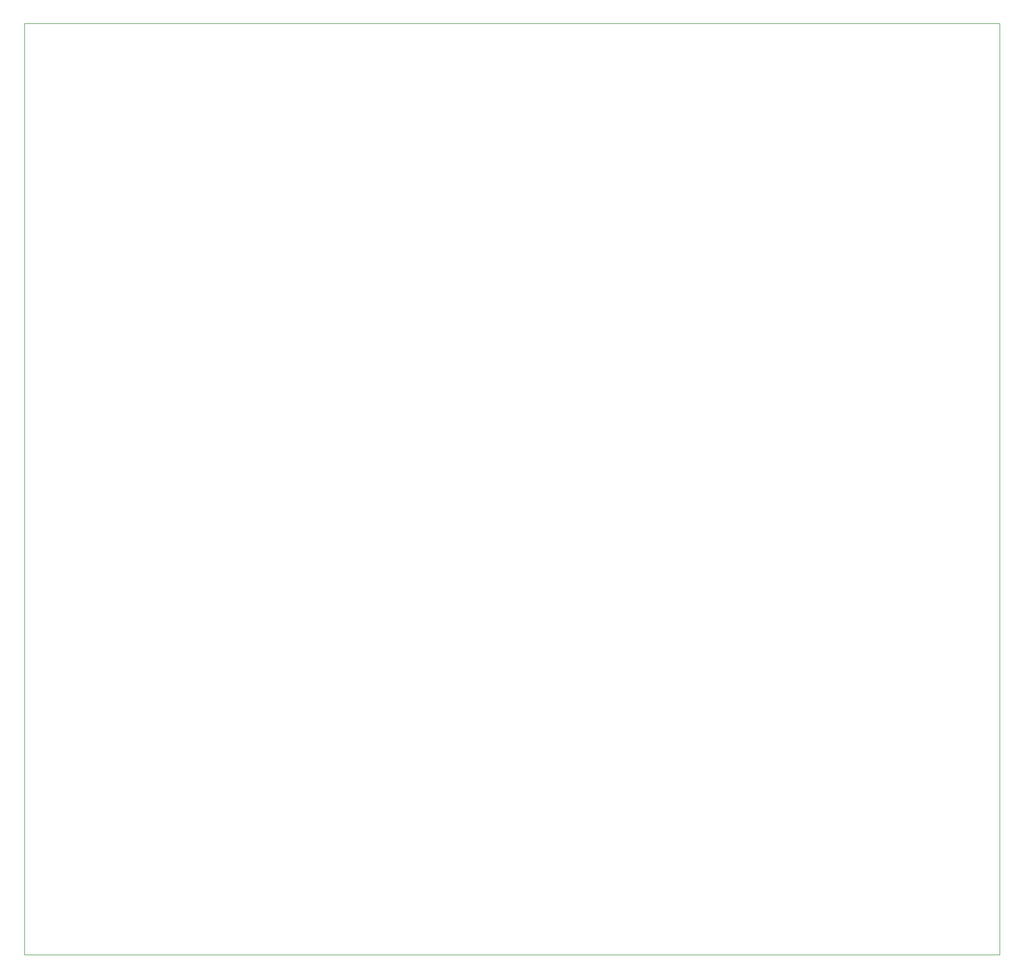
<source format=gbr>
%TF.GenerationSoftware,KiCad,Pcbnew,(5.1.10)-1*%
%TF.CreationDate,2022-01-06T13:20:54-06:00*%
%TF.ProjectId,AS12,41533132-2e6b-4696-9361-645f70636258,rev?*%
%TF.SameCoordinates,Original*%
%TF.FileFunction,Profile,NP*%
%FSLAX46Y46*%
G04 Gerber Fmt 4.6, Leading zero omitted, Abs format (unit mm)*
G04 Created by KiCad (PCBNEW (5.1.10)-1) date 2022-01-06 13:20:54*
%MOMM*%
%LPD*%
G01*
G04 APERTURE LIST*
%TA.AperFunction,Profile*%
%ADD10C,0.050000*%
%TD*%
G04 APERTURE END LIST*
D10*
X20000000Y-20000000D02*
X20000000Y-172000000D01*
X20000000Y-172000000D02*
X179000000Y-172000000D01*
X179000000Y-20000000D02*
X179000000Y-172000000D01*
X20000000Y-20000000D02*
X179000000Y-20000000D01*
M02*

</source>
